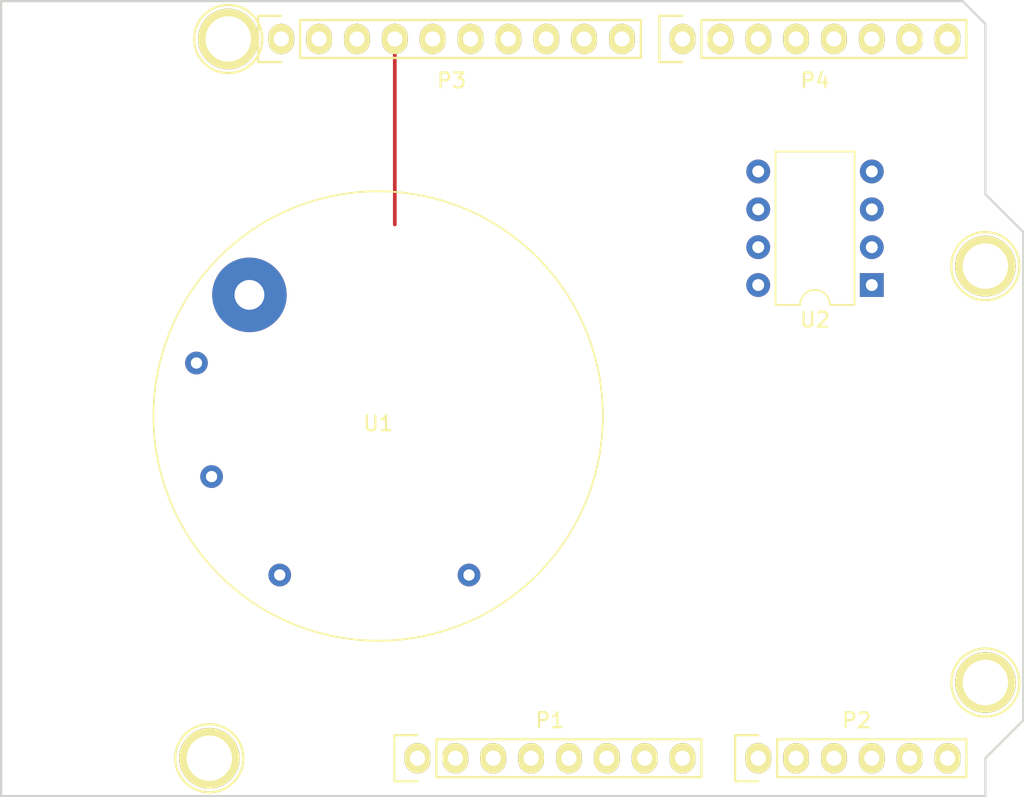
<source format=kicad_pcb>
(kicad_pcb (version 20171130) (host pcbnew "(5.1.2)-2")

  (general
    (thickness 1.6)
    (drawings 9)
    (tracks 1)
    (zones 0)
    (modules 10)
    (nets 40)
  )

  (page A4)
  (title_block
    (date "lun. 30 mars 2015")
  )

  (layers
    (0 F.Cu signal)
    (31 B.Cu signal)
    (32 B.Adhes user)
    (33 F.Adhes user)
    (34 B.Paste user)
    (35 F.Paste user)
    (36 B.SilkS user)
    (37 F.SilkS user)
    (38 B.Mask user)
    (39 F.Mask user)
    (40 Dwgs.User user)
    (41 Cmts.User user)
    (42 Eco1.User user)
    (43 Eco2.User user)
    (44 Edge.Cuts user)
    (45 Margin user)
    (46 B.CrtYd user)
    (47 F.CrtYd user)
    (48 B.Fab user)
    (49 F.Fab user)
  )

  (setup
    (last_trace_width 0.25)
    (trace_clearance 0.2)
    (zone_clearance 0.508)
    (zone_45_only no)
    (trace_min 0.2)
    (via_size 0.6)
    (via_drill 0.4)
    (via_min_size 0.4)
    (via_min_drill 0.3)
    (uvia_size 0.3)
    (uvia_drill 0.1)
    (uvias_allowed no)
    (uvia_min_size 0.2)
    (uvia_min_drill 0.1)
    (edge_width 0.15)
    (segment_width 0.15)
    (pcb_text_width 0.3)
    (pcb_text_size 1.5 1.5)
    (mod_edge_width 0.15)
    (mod_text_size 1 1)
    (mod_text_width 0.15)
    (pad_size 4.064 4.064)
    (pad_drill 3.048)
    (pad_to_mask_clearance 0)
    (aux_axis_origin 110.998 126.365)
    (grid_origin 110.998 126.365)
    (visible_elements 7FFFFFFF)
    (pcbplotparams
      (layerselection 0x00030_80000001)
      (usegerberextensions false)
      (usegerberattributes false)
      (usegerberadvancedattributes false)
      (creategerberjobfile false)
      (excludeedgelayer true)
      (linewidth 0.100000)
      (plotframeref false)
      (viasonmask false)
      (mode 1)
      (useauxorigin false)
      (hpglpennumber 1)
      (hpglpenspeed 20)
      (hpglpendiameter 15.000000)
      (psnegative false)
      (psa4output false)
      (plotreference true)
      (plotvalue true)
      (plotinvisibletext false)
      (padsonsilk false)
      (subtractmaskfromsilk false)
      (outputformat 1)
      (mirror false)
      (drillshape 1)
      (scaleselection 1)
      (outputdirectory ""))
  )

  (net 0 "")
  (net 1 /IOREF)
  (net 2 /Reset)
  (net 3 +5V)
  (net 4 GND)
  (net 5 /Vin)
  (net 6 /A0)
  (net 7 /A1)
  (net 8 /A2)
  (net 9 /A3)
  (net 10 /AREF)
  (net 11 "/A4(SDA)")
  (net 12 "/A5(SCL)")
  (net 13 "/9(**)")
  (net 14 /8)
  (net 15 /7)
  (net 16 "/6(**)")
  (net 17 "/5(**)")
  (net 18 /4)
  (net 19 "/3(**)")
  (net 20 /2)
  (net 21 "/1(Tx)")
  (net 22 "/0(Rx)")
  (net 23 "Net-(P5-Pad1)")
  (net 24 "Net-(P6-Pad1)")
  (net 25 "Net-(P7-Pad1)")
  (net 26 "Net-(P8-Pad1)")
  (net 27 "/13(SCK)")
  (net 28 "/10(**/SS)")
  (net 29 "Net-(P1-Pad1)")
  (net 30 +3V3)
  (net 31 "/12(MISO)")
  (net 32 "/11(**/MOSI)")
  (net 33 "Net-(P3-Pad1)")
  (net 34 "Net-(P3-Pad2)")
  (net 35 "Net-(R4-Pad2)")
  (net 36 "Net-(U2-Pad1)")
  (net 37 "Net-(U2-Pad2)")
  (net 38 "Net-(U2-Pad7)")
  (net 39 "Net-(C4-Pad2)")

  (net_class Default "This is the default net class."
    (clearance 0.2)
    (trace_width 0.25)
    (via_dia 0.6)
    (via_drill 0.4)
    (uvia_dia 0.3)
    (uvia_drill 0.1)
    (add_net +3V3)
    (add_net +5V)
    (add_net "/0(Rx)")
    (add_net "/1(Tx)")
    (add_net "/10(**/SS)")
    (add_net "/11(**/MOSI)")
    (add_net "/12(MISO)")
    (add_net "/13(SCK)")
    (add_net /2)
    (add_net "/3(**)")
    (add_net /4)
    (add_net "/5(**)")
    (add_net "/6(**)")
    (add_net /7)
    (add_net /8)
    (add_net "/9(**)")
    (add_net /A0)
    (add_net /A1)
    (add_net /A2)
    (add_net /A3)
    (add_net "/A4(SDA)")
    (add_net "/A5(SCL)")
    (add_net /AREF)
    (add_net /IOREF)
    (add_net /Reset)
    (add_net /Vin)
    (add_net GND)
    (add_net "Net-(C4-Pad2)")
    (add_net "Net-(P1-Pad1)")
    (add_net "Net-(P3-Pad1)")
    (add_net "Net-(P3-Pad2)")
    (add_net "Net-(P5-Pad1)")
    (add_net "Net-(P6-Pad1)")
    (add_net "Net-(P7-Pad1)")
    (add_net "Net-(P8-Pad1)")
    (add_net "Net-(R4-Pad2)")
    (add_net "Net-(U2-Pad1)")
    (add_net "Net-(U2-Pad2)")
    (add_net "Net-(U2-Pad7)")
  )

  (module Socket_Arduino_Uno:Socket_Strip_Arduino_1x10 locked (layer F.Cu) (tedit 552168BF) (tstamp 551AFA18)
    (at 129.794 75.565)
    (descr "Through hole socket strip")
    (tags "socket strip")
    (path /56D721E0)
    (fp_text reference P3 (at 11.43 2.794) (layer F.SilkS)
      (effects (font (size 1 1) (thickness 0.15)))
    )
    (fp_text value Digital (at 11.43 4.318) (layer F.Fab)
      (effects (font (size 1 1) (thickness 0.15)))
    )
    (fp_line (start -1.75 -1.75) (end -1.75 1.75) (layer F.CrtYd) (width 0.05))
    (fp_line (start 24.65 -1.75) (end 24.65 1.75) (layer F.CrtYd) (width 0.05))
    (fp_line (start -1.75 -1.75) (end 24.65 -1.75) (layer F.CrtYd) (width 0.05))
    (fp_line (start -1.75 1.75) (end 24.65 1.75) (layer F.CrtYd) (width 0.05))
    (fp_line (start 1.27 1.27) (end 24.13 1.27) (layer F.SilkS) (width 0.15))
    (fp_line (start 24.13 1.27) (end 24.13 -1.27) (layer F.SilkS) (width 0.15))
    (fp_line (start 24.13 -1.27) (end 1.27 -1.27) (layer F.SilkS) (width 0.15))
    (fp_line (start -1.55 1.55) (end 0 1.55) (layer F.SilkS) (width 0.15))
    (fp_line (start 1.27 1.27) (end 1.27 -1.27) (layer F.SilkS) (width 0.15))
    (fp_line (start 0 -1.55) (end -1.55 -1.55) (layer F.SilkS) (width 0.15))
    (fp_line (start -1.55 -1.55) (end -1.55 1.55) (layer F.SilkS) (width 0.15))
    (pad 1 thru_hole oval (at 0 0) (size 1.7272 2.032) (drill 1.016) (layers *.Cu *.Mask F.SilkS)
      (net 33 "Net-(P3-Pad1)"))
    (pad 2 thru_hole oval (at 2.54 0) (size 1.7272 2.032) (drill 1.016) (layers *.Cu *.Mask F.SilkS)
      (net 34 "Net-(P3-Pad2)"))
    (pad 3 thru_hole oval (at 5.08 0) (size 1.7272 2.032) (drill 1.016) (layers *.Cu *.Mask F.SilkS)
      (net 10 /AREF))
    (pad 4 thru_hole oval (at 7.62 0) (size 1.7272 2.032) (drill 1.016) (layers *.Cu *.Mask F.SilkS)
      (net 4 GND))
    (pad 5 thru_hole oval (at 10.16 0) (size 1.7272 2.032) (drill 1.016) (layers *.Cu *.Mask F.SilkS)
      (net 27 "/13(SCK)"))
    (pad 6 thru_hole oval (at 12.7 0) (size 1.7272 2.032) (drill 1.016) (layers *.Cu *.Mask F.SilkS)
      (net 31 "/12(MISO)"))
    (pad 7 thru_hole oval (at 15.24 0) (size 1.7272 2.032) (drill 1.016) (layers *.Cu *.Mask F.SilkS)
      (net 32 "/11(**/MOSI)"))
    (pad 8 thru_hole oval (at 17.78 0) (size 1.7272 2.032) (drill 1.016) (layers *.Cu *.Mask F.SilkS)
      (net 28 "/10(**/SS)"))
    (pad 9 thru_hole oval (at 20.32 0) (size 1.7272 2.032) (drill 1.016) (layers *.Cu *.Mask F.SilkS)
      (net 13 "/9(**)"))
    (pad 10 thru_hole oval (at 22.86 0) (size 1.7272 2.032) (drill 1.016) (layers *.Cu *.Mask F.SilkS)
      (net 14 /8))
    (model ${KIPRJMOD}/Socket_Arduino_Uno.3dshapes/Socket_header_Arduino_1x10.wrl
      (offset (xyz 11.42999982833862 0 0))
      (scale (xyz 1 1 1))
      (rotate (xyz 0 0 180))
    )
  )

  (module Socket_Arduino_Uno:Socket_Strip_Arduino_1x08 locked (layer F.Cu) (tedit 552168D2) (tstamp 551AF9EA)
    (at 138.938 123.825)
    (descr "Through hole socket strip")
    (tags "socket strip")
    (path /56D70129)
    (fp_text reference P1 (at 8.89 -2.54) (layer F.SilkS)
      (effects (font (size 1 1) (thickness 0.15)))
    )
    (fp_text value Power (at 8.89 -4.064) (layer F.Fab)
      (effects (font (size 1 1) (thickness 0.15)))
    )
    (fp_line (start -1.75 -1.75) (end -1.75 1.75) (layer F.CrtYd) (width 0.05))
    (fp_line (start 19.55 -1.75) (end 19.55 1.75) (layer F.CrtYd) (width 0.05))
    (fp_line (start -1.75 -1.75) (end 19.55 -1.75) (layer F.CrtYd) (width 0.05))
    (fp_line (start -1.75 1.75) (end 19.55 1.75) (layer F.CrtYd) (width 0.05))
    (fp_line (start 1.27 1.27) (end 19.05 1.27) (layer F.SilkS) (width 0.15))
    (fp_line (start 19.05 1.27) (end 19.05 -1.27) (layer F.SilkS) (width 0.15))
    (fp_line (start 19.05 -1.27) (end 1.27 -1.27) (layer F.SilkS) (width 0.15))
    (fp_line (start -1.55 1.55) (end 0 1.55) (layer F.SilkS) (width 0.15))
    (fp_line (start 1.27 1.27) (end 1.27 -1.27) (layer F.SilkS) (width 0.15))
    (fp_line (start 0 -1.55) (end -1.55 -1.55) (layer F.SilkS) (width 0.15))
    (fp_line (start -1.55 -1.55) (end -1.55 1.55) (layer F.SilkS) (width 0.15))
    (pad 1 thru_hole oval (at 0 0) (size 1.7272 2.032) (drill 1.016) (layers *.Cu *.Mask F.SilkS)
      (net 29 "Net-(P1-Pad1)"))
    (pad 2 thru_hole oval (at 2.54 0) (size 1.7272 2.032) (drill 1.016) (layers *.Cu *.Mask F.SilkS)
      (net 1 /IOREF))
    (pad 3 thru_hole oval (at 5.08 0) (size 1.7272 2.032) (drill 1.016) (layers *.Cu *.Mask F.SilkS)
      (net 2 /Reset))
    (pad 4 thru_hole oval (at 7.62 0) (size 1.7272 2.032) (drill 1.016) (layers *.Cu *.Mask F.SilkS)
      (net 30 +3V3))
    (pad 5 thru_hole oval (at 10.16 0) (size 1.7272 2.032) (drill 1.016) (layers *.Cu *.Mask F.SilkS)
      (net 3 +5V))
    (pad 6 thru_hole oval (at 12.7 0) (size 1.7272 2.032) (drill 1.016) (layers *.Cu *.Mask F.SilkS)
      (net 4 GND))
    (pad 7 thru_hole oval (at 15.24 0) (size 1.7272 2.032) (drill 1.016) (layers *.Cu *.Mask F.SilkS)
      (net 4 GND))
    (pad 8 thru_hole oval (at 17.78 0) (size 1.7272 2.032) (drill 1.016) (layers *.Cu *.Mask F.SilkS)
      (net 5 /Vin))
    (model ${KIPRJMOD}/Socket_Arduino_Uno.3dshapes/Socket_header_Arduino_1x08.wrl
      (offset (xyz 8.889999866485596 0 0))
      (scale (xyz 1 1 1))
      (rotate (xyz 0 0 180))
    )
  )

  (module Socket_Arduino_Uno:Socket_Strip_Arduino_1x06 locked (layer F.Cu) (tedit 552168D6) (tstamp 551AF9FF)
    (at 161.798 123.825)
    (descr "Through hole socket strip")
    (tags "socket strip")
    (path /56D70DD8)
    (fp_text reference P2 (at 6.604 -2.54) (layer F.SilkS)
      (effects (font (size 1 1) (thickness 0.15)))
    )
    (fp_text value Analog (at 6.604 -4.064) (layer F.Fab)
      (effects (font (size 1 1) (thickness 0.15)))
    )
    (fp_line (start -1.75 -1.75) (end -1.75 1.75) (layer F.CrtYd) (width 0.05))
    (fp_line (start 14.45 -1.75) (end 14.45 1.75) (layer F.CrtYd) (width 0.05))
    (fp_line (start -1.75 -1.75) (end 14.45 -1.75) (layer F.CrtYd) (width 0.05))
    (fp_line (start -1.75 1.75) (end 14.45 1.75) (layer F.CrtYd) (width 0.05))
    (fp_line (start 1.27 1.27) (end 13.97 1.27) (layer F.SilkS) (width 0.15))
    (fp_line (start 13.97 1.27) (end 13.97 -1.27) (layer F.SilkS) (width 0.15))
    (fp_line (start 13.97 -1.27) (end 1.27 -1.27) (layer F.SilkS) (width 0.15))
    (fp_line (start -1.55 1.55) (end 0 1.55) (layer F.SilkS) (width 0.15))
    (fp_line (start 1.27 1.27) (end 1.27 -1.27) (layer F.SilkS) (width 0.15))
    (fp_line (start 0 -1.55) (end -1.55 -1.55) (layer F.SilkS) (width 0.15))
    (fp_line (start -1.55 -1.55) (end -1.55 1.55) (layer F.SilkS) (width 0.15))
    (pad 1 thru_hole oval (at 0 0) (size 1.7272 2.032) (drill 1.016) (layers *.Cu *.Mask F.SilkS)
      (net 6 /A0))
    (pad 2 thru_hole oval (at 2.54 0) (size 1.7272 2.032) (drill 1.016) (layers *.Cu *.Mask F.SilkS)
      (net 7 /A1))
    (pad 3 thru_hole oval (at 5.08 0) (size 1.7272 2.032) (drill 1.016) (layers *.Cu *.Mask F.SilkS)
      (net 8 /A2))
    (pad 4 thru_hole oval (at 7.62 0) (size 1.7272 2.032) (drill 1.016) (layers *.Cu *.Mask F.SilkS)
      (net 9 /A3))
    (pad 5 thru_hole oval (at 10.16 0) (size 1.7272 2.032) (drill 1.016) (layers *.Cu *.Mask F.SilkS)
      (net 11 "/A4(SDA)"))
    (pad 6 thru_hole oval (at 12.7 0) (size 1.7272 2.032) (drill 1.016) (layers *.Cu *.Mask F.SilkS)
      (net 12 "/A5(SCL)"))
    (model ${KIPRJMOD}/Socket_Arduino_Uno.3dshapes/Socket_header_Arduino_1x06.wrl
      (offset (xyz 6.349999904632568 0 0))
      (scale (xyz 1 1 1))
      (rotate (xyz 0 0 180))
    )
  )

  (module Socket_Arduino_Uno:Socket_Strip_Arduino_1x08 locked (layer F.Cu) (tedit 552168C7) (tstamp 551AFA2F)
    (at 156.718 75.565)
    (descr "Through hole socket strip")
    (tags "socket strip")
    (path /56D7164F)
    (fp_text reference P4 (at 8.89 2.794) (layer F.SilkS)
      (effects (font (size 1 1) (thickness 0.15)))
    )
    (fp_text value Digital (at 8.89 4.318) (layer F.Fab)
      (effects (font (size 1 1) (thickness 0.15)))
    )
    (fp_line (start -1.75 -1.75) (end -1.75 1.75) (layer F.CrtYd) (width 0.05))
    (fp_line (start 19.55 -1.75) (end 19.55 1.75) (layer F.CrtYd) (width 0.05))
    (fp_line (start -1.75 -1.75) (end 19.55 -1.75) (layer F.CrtYd) (width 0.05))
    (fp_line (start -1.75 1.75) (end 19.55 1.75) (layer F.CrtYd) (width 0.05))
    (fp_line (start 1.27 1.27) (end 19.05 1.27) (layer F.SilkS) (width 0.15))
    (fp_line (start 19.05 1.27) (end 19.05 -1.27) (layer F.SilkS) (width 0.15))
    (fp_line (start 19.05 -1.27) (end 1.27 -1.27) (layer F.SilkS) (width 0.15))
    (fp_line (start -1.55 1.55) (end 0 1.55) (layer F.SilkS) (width 0.15))
    (fp_line (start 1.27 1.27) (end 1.27 -1.27) (layer F.SilkS) (width 0.15))
    (fp_line (start 0 -1.55) (end -1.55 -1.55) (layer F.SilkS) (width 0.15))
    (fp_line (start -1.55 -1.55) (end -1.55 1.55) (layer F.SilkS) (width 0.15))
    (pad 1 thru_hole oval (at 0 0) (size 1.7272 2.032) (drill 1.016) (layers *.Cu *.Mask F.SilkS)
      (net 15 /7))
    (pad 2 thru_hole oval (at 2.54 0) (size 1.7272 2.032) (drill 1.016) (layers *.Cu *.Mask F.SilkS)
      (net 16 "/6(**)"))
    (pad 3 thru_hole oval (at 5.08 0) (size 1.7272 2.032) (drill 1.016) (layers *.Cu *.Mask F.SilkS)
      (net 17 "/5(**)"))
    (pad 4 thru_hole oval (at 7.62 0) (size 1.7272 2.032) (drill 1.016) (layers *.Cu *.Mask F.SilkS)
      (net 18 /4))
    (pad 5 thru_hole oval (at 10.16 0) (size 1.7272 2.032) (drill 1.016) (layers *.Cu *.Mask F.SilkS)
      (net 19 "/3(**)"))
    (pad 6 thru_hole oval (at 12.7 0) (size 1.7272 2.032) (drill 1.016) (layers *.Cu *.Mask F.SilkS)
      (net 20 /2))
    (pad 7 thru_hole oval (at 15.24 0) (size 1.7272 2.032) (drill 1.016) (layers *.Cu *.Mask F.SilkS)
      (net 21 "/1(Tx)"))
    (pad 8 thru_hole oval (at 17.78 0) (size 1.7272 2.032) (drill 1.016) (layers *.Cu *.Mask F.SilkS)
      (net 22 "/0(Rx)"))
    (model ${KIPRJMOD}/Socket_Arduino_Uno.3dshapes/Socket_header_Arduino_1x08.wrl
      (offset (xyz 8.889999866485596 0 0))
      (scale (xyz 1 1 1))
      (rotate (xyz 0 0 180))
    )
  )

  (module Socket_Arduino_Uno:Arduino_1pin locked (layer F.Cu) (tedit 5524FC39) (tstamp 5524FC3F)
    (at 124.968 123.825)
    (descr "module 1 pin (ou trou mecanique de percage)")
    (tags DEV)
    (path /56D71177)
    (fp_text reference P5 (at 0 -3.048) (layer F.SilkS) hide
      (effects (font (size 1 1) (thickness 0.15)))
    )
    (fp_text value CONN_01X01 (at 0 2.794) (layer F.Fab) hide
      (effects (font (size 1 1) (thickness 0.15)))
    )
    (fp_circle (center 0 0) (end 0 -2.286) (layer F.SilkS) (width 0.15))
    (pad 1 thru_hole circle (at 0 0) (size 4.064 4.064) (drill 3.048) (layers *.Cu *.Mask F.SilkS)
      (net 23 "Net-(P5-Pad1)"))
  )

  (module Socket_Arduino_Uno:Arduino_1pin locked (layer F.Cu) (tedit 5524FC4A) (tstamp 5524FC44)
    (at 177.038 118.745)
    (descr "module 1 pin (ou trou mecanique de percage)")
    (tags DEV)
    (path /56D71274)
    (fp_text reference P6 (at 0 -3.048) (layer F.SilkS) hide
      (effects (font (size 1 1) (thickness 0.15)))
    )
    (fp_text value CONN_01X01 (at 0 2.794) (layer F.Fab) hide
      (effects (font (size 1 1) (thickness 0.15)))
    )
    (fp_circle (center 0 0) (end 0 -2.286) (layer F.SilkS) (width 0.15))
    (pad 1 thru_hole circle (at 0 0) (size 4.064 4.064) (drill 3.048) (layers *.Cu *.Mask F.SilkS)
      (net 24 "Net-(P6-Pad1)"))
  )

  (module Socket_Arduino_Uno:Arduino_1pin locked (layer F.Cu) (tedit 5524FC2F) (tstamp 5524FC49)
    (at 126.238 75.565)
    (descr "module 1 pin (ou trou mecanique de percage)")
    (tags DEV)
    (path /56D712A8)
    (fp_text reference P7 (at 0 -3.048) (layer F.SilkS) hide
      (effects (font (size 1 1) (thickness 0.15)))
    )
    (fp_text value CONN_01X01 (at 0 2.794) (layer F.Fab) hide
      (effects (font (size 1 1) (thickness 0.15)))
    )
    (fp_circle (center 0 0) (end 0 -2.286) (layer F.SilkS) (width 0.15))
    (pad 1 thru_hole circle (at 0 0) (size 4.064 4.064) (drill 3.048) (layers *.Cu *.Mask F.SilkS)
      (net 25 "Net-(P7-Pad1)"))
  )

  (module Socket_Arduino_Uno:Arduino_1pin locked (layer F.Cu) (tedit 5524FC41) (tstamp 5524FC4E)
    (at 177.038 90.805)
    (descr "module 1 pin (ou trou mecanique de percage)")
    (tags DEV)
    (path /56D712DB)
    (fp_text reference P8 (at 0 -3.048) (layer F.SilkS) hide
      (effects (font (size 1 1) (thickness 0.15)))
    )
    (fp_text value CONN_01X01 (at 0 2.794) (layer F.Fab) hide
      (effects (font (size 1 1) (thickness 0.15)))
    )
    (fp_circle (center 0 0) (end 0 -2.286) (layer F.SilkS) (width 0.15))
    (pad 1 thru_hole circle (at 0 0) (size 4.064 4.064) (drill 3.048) (layers *.Cu *.Mask F.SilkS)
      (net 26 "Net-(P8-Pad1)"))
  )

  (module Capteur_AIME:Capteur_AIME (layer F.Cu) (tedit 5FD0A0E5) (tstamp 5FD0D85E)
    (at 136.296276 100.863276)
    (path /5FD696F0)
    (fp_text reference U1 (at 0 0.5) (layer F.SilkS)
      (effects (font (size 1 1) (thickness 0.15)))
    )
    (fp_text value Capteur_AIME (at 0 -0.5) (layer F.Fab)
      (effects (font (size 1 1) (thickness 0.15)))
    )
    (fp_circle (center 0 0) (end 12.7 8.128) (layer F.SilkS) (width 0.12))
    (pad 1 thru_hole circle (at -8.636 -8.128) (size 5 5) (drill 2) (layers *.Cu *.Mask)
      (net 4 GND))
    (pad 2 thru_hole circle (at -12.192 -3.556) (size 1.524 1.524) (drill 0.762) (layers *.Cu *.Mask)
      (net 3 +5V))
    (pad 3 thru_hole circle (at -11.176 4.064) (size 1.524 1.524) (drill 0.762) (layers *.Cu *.Mask)
      (net 3 +5V))
    (pad 4 thru_hole circle (at -6.604 10.668) (size 1.524 1.524) (drill 0.762) (layers *.Cu *.Mask)
      (net 35 "Net-(R4-Pad2)"))
    (pad 5 thru_hole circle (at 6.096 10.668) (size 1.524 1.524) (drill 0.762) (layers *.Cu *.Mask)
      (net 4 GND))
  )

  (module Package_DIP:DIP-8_W7.62mm (layer F.Cu) (tedit 5A02E8C5) (tstamp 5FD0D87A)
    (at 169.418 92.075 180)
    (descr "8-lead though-hole mounted DIP package, row spacing 7.62 mm (300 mils)")
    (tags "THT DIP DIL PDIP 2.54mm 7.62mm 300mil")
    (path /5FD1A7BA)
    (fp_text reference U2 (at 3.81 -2.33) (layer F.SilkS)
      (effects (font (size 1 1) (thickness 0.15)))
    )
    (fp_text value LTC1100xN8 (at 3.81 9.95) (layer F.Fab)
      (effects (font (size 1 1) (thickness 0.15)))
    )
    (fp_arc (start 3.81 -1.33) (end 2.81 -1.33) (angle -180) (layer F.SilkS) (width 0.12))
    (fp_line (start 1.635 -1.27) (end 6.985 -1.27) (layer F.Fab) (width 0.1))
    (fp_line (start 6.985 -1.27) (end 6.985 8.89) (layer F.Fab) (width 0.1))
    (fp_line (start 6.985 8.89) (end 0.635 8.89) (layer F.Fab) (width 0.1))
    (fp_line (start 0.635 8.89) (end 0.635 -0.27) (layer F.Fab) (width 0.1))
    (fp_line (start 0.635 -0.27) (end 1.635 -1.27) (layer F.Fab) (width 0.1))
    (fp_line (start 2.81 -1.33) (end 1.16 -1.33) (layer F.SilkS) (width 0.12))
    (fp_line (start 1.16 -1.33) (end 1.16 8.95) (layer F.SilkS) (width 0.12))
    (fp_line (start 1.16 8.95) (end 6.46 8.95) (layer F.SilkS) (width 0.12))
    (fp_line (start 6.46 8.95) (end 6.46 -1.33) (layer F.SilkS) (width 0.12))
    (fp_line (start 6.46 -1.33) (end 4.81 -1.33) (layer F.SilkS) (width 0.12))
    (fp_line (start -1.1 -1.55) (end -1.1 9.15) (layer F.CrtYd) (width 0.05))
    (fp_line (start -1.1 9.15) (end 8.7 9.15) (layer F.CrtYd) (width 0.05))
    (fp_line (start 8.7 9.15) (end 8.7 -1.55) (layer F.CrtYd) (width 0.05))
    (fp_line (start 8.7 -1.55) (end -1.1 -1.55) (layer F.CrtYd) (width 0.05))
    (fp_text user %R (at 3.81 3.81) (layer F.Fab)
      (effects (font (size 1 1) (thickness 0.15)))
    )
    (pad 1 thru_hole rect (at 0 0 180) (size 1.6 1.6) (drill 0.8) (layers *.Cu *.Mask)
      (net 36 "Net-(U2-Pad1)"))
    (pad 5 thru_hole oval (at 7.62 7.62 180) (size 1.6 1.6) (drill 0.8) (layers *.Cu *.Mask)
      (net 3 +5V))
    (pad 2 thru_hole oval (at 0 2.54 180) (size 1.6 1.6) (drill 0.8) (layers *.Cu *.Mask)
      (net 37 "Net-(U2-Pad2)"))
    (pad 6 thru_hole oval (at 7.62 5.08 180) (size 1.6 1.6) (drill 0.8) (layers *.Cu *.Mask)
      (net 3 +5V))
    (pad 3 thru_hole oval (at 0 5.08 180) (size 1.6 1.6) (drill 0.8) (layers *.Cu *.Mask)
      (net 3 +5V))
    (pad 7 thru_hole oval (at 7.62 2.54 180) (size 1.6 1.6) (drill 0.8) (layers *.Cu *.Mask)
      (net 38 "Net-(U2-Pad7)"))
    (pad 4 thru_hole oval (at 0 7.62 180) (size 1.6 1.6) (drill 0.8) (layers *.Cu *.Mask)
      (net 4 GND))
    (pad 8 thru_hole oval (at 7.62 0 180) (size 1.6 1.6) (drill 0.8) (layers *.Cu *.Mask)
      (net 39 "Net-(C4-Pad2)"))
    (model ${KISYS3DMOD}/Package_DIP.3dshapes/DIP-8_W7.62mm.wrl
      (at (xyz 0 0 0))
      (scale (xyz 1 1 1))
      (rotate (xyz 0 0 0))
    )
  )

  (gr_line (start 110.998 73.025) (end 110.998 126.365) (angle 90) (layer Edge.Cuts) (width 0.15))
  (gr_line (start 177.038 74.549) (end 175.514 73.025) (angle 90) (layer Edge.Cuts) (width 0.15))
  (gr_line (start 177.038 85.979) (end 177.038 74.549) (angle 90) (layer Edge.Cuts) (width 0.15))
  (gr_line (start 179.578 88.519) (end 177.038 85.979) (angle 90) (layer Edge.Cuts) (width 0.15))
  (gr_line (start 179.578 121.285) (end 179.578 88.519) (angle 90) (layer Edge.Cuts) (width 0.15))
  (gr_line (start 177.038 123.825) (end 179.578 121.285) (angle 90) (layer Edge.Cuts) (width 0.15))
  (gr_line (start 177.038 126.365) (end 177.038 123.825) (angle 90) (layer Edge.Cuts) (width 0.15))
  (gr_line (start 110.998 126.365) (end 177.038 126.365) (angle 90) (layer Edge.Cuts) (width 0.15))
  (gr_line (start 175.514 73.025) (end 110.998 73.025) (angle 90) (layer Edge.Cuts) (width 0.15))

  (segment (start 137.414 88.011) (end 137.414 75.565) (width 0.25) (layer F.Cu) (net 4) (status 20))

)

</source>
